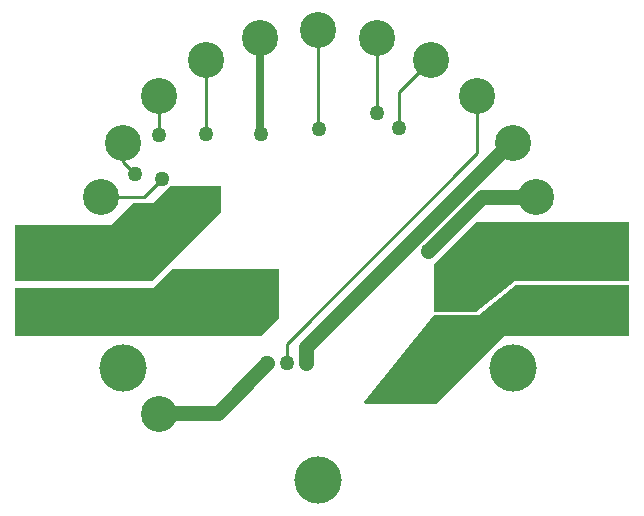
<source format=gbl>
G04*
G04 #@! TF.GenerationSoftware,Altium Limited,Altium Designer,18.1.11 (251)*
G04*
G04 Layer_Physical_Order=2*
G04 Layer_Color=16711680*
%FSLAX25Y25*%
%MOIN*%
G70*
G01*
G75*
%ADD10C,0.01000*%
%ADD12C,0.12000*%
%ADD17C,0.05000*%
%ADD18C,0.02500*%
%ADD19C,0.05000*%
%ADD20C,0.15748*%
G36*
X-32500Y14500D02*
X-55500Y-8500D01*
X-101000D01*
Y10000D01*
X-69000D01*
X-61500Y17500D01*
X-55000D01*
X-49500Y23000D01*
X-32500D01*
Y14500D01*
D02*
G37*
G36*
X-13000Y-4500D02*
X-13000Y-20998D01*
X-19094Y-27100D01*
X-101000D01*
Y-11000D01*
X-55000D01*
X-48367Y-4500D01*
X-13000Y-4500D01*
D02*
G37*
G36*
X103500Y-8500D02*
X65500D01*
X52436Y-18980D01*
X38477D01*
X38477Y-3023D01*
X52500Y11000D01*
X103500D01*
Y-8500D01*
D02*
G37*
G36*
Y-27095D02*
X61905Y-27095D01*
X39500Y-49500D01*
X15576D01*
X15358Y-49050D01*
X38477Y-20000D01*
X53500D01*
X65722Y-10000D01*
X103500D01*
Y-27095D01*
D02*
G37*
D10*
X0Y42085D02*
X121Y41964D01*
X19400Y72400D02*
X19500Y72300D01*
Y47500D02*
Y72300D01*
X-10500Y-36000D02*
Y-29500D01*
X53000Y34000D01*
Y53000D01*
X26891Y42500D02*
Y54341D01*
X37500Y64950D01*
X0Y42085D02*
Y75000D01*
X-19400Y40900D02*
X-19000Y40500D01*
X-37500D02*
Y64950D01*
X-58100Y19400D02*
X-52000Y25500D01*
X-72400Y19400D02*
X-58100D01*
X-64950Y30950D02*
X-61000Y27000D01*
X-64950Y30950D02*
Y37500D01*
X-53000Y40000D02*
Y53000D01*
X121Y41964D02*
X157Y42000D01*
X-52000Y25500D02*
X-51689D01*
X-50689Y26500D01*
X-50595Y26406D01*
X-10500Y-36000D02*
X-10000Y-35500D01*
D12*
X-75000Y0D02*
D03*
X-72400Y-19400D02*
D03*
X72400D02*
D03*
X75000Y0D02*
D03*
X72400Y19400D02*
D03*
X65000Y37500D02*
D03*
X53000Y53000D02*
D03*
X37500Y64950D02*
D03*
X19400Y72400D02*
D03*
X0Y75000D02*
D03*
X-19400Y72400D02*
D03*
X-37500Y64950D02*
D03*
X-53000Y53000D02*
D03*
X-64950Y37500D02*
D03*
X-72400Y19400D02*
D03*
X-53000Y-53000D02*
D03*
D17*
X-52500Y-52500D01*
X-33500D01*
X-17000Y-36000D01*
X-4000D02*
Y-30515D01*
X64015Y37500D01*
X65000D01*
X54400Y19400D02*
X72400D01*
X36500Y1500D02*
X54400Y19400D01*
D18*
X-19400Y40900D02*
Y72400D01*
D19*
X19500Y47500D02*
D03*
X36500Y1500D02*
D03*
X57500Y-4000D02*
D03*
X49000D02*
D03*
Y3000D02*
D03*
X26891Y42500D02*
D03*
X157Y42000D02*
D03*
X-19000Y40500D02*
D03*
X-37500D02*
D03*
X-53000Y40000D02*
D03*
X-61000Y27000D02*
D03*
X-52000Y25500D02*
D03*
X99500Y7000D02*
D03*
Y1000D02*
D03*
X85500Y7000D02*
D03*
X92500Y1000D02*
D03*
X85500D02*
D03*
X92500Y7000D02*
D03*
X85000Y-14000D02*
D03*
Y-20000D02*
D03*
X99500Y-14000D02*
D03*
X92500Y-20000D02*
D03*
X99500D02*
D03*
X92500Y-14000D02*
D03*
X49500Y-26500D02*
D03*
X42500Y-32500D02*
D03*
X49500D02*
D03*
X42500Y-26500D02*
D03*
X57500Y3000D02*
D03*
X50000Y-15400D02*
D03*
X41500Y-15492D02*
D03*
X29000Y-38500D02*
D03*
X36000Y-44500D02*
D03*
X29000D02*
D03*
X36000Y-38500D02*
D03*
X-96500Y-22500D02*
D03*
Y-15500D02*
D03*
X-51500Y-22302D02*
D03*
X-51265Y-15000D02*
D03*
X-37500D02*
D03*
Y-22302D02*
D03*
X-27000Y-22092D02*
D03*
X-18500Y-22000D02*
D03*
Y-15000D02*
D03*
X-27000D02*
D03*
X-44500D02*
D03*
Y-22302D02*
D03*
X-96500Y-4500D02*
D03*
Y5500D02*
D03*
X-57000Y3000D02*
D03*
X-49500Y3500D02*
D03*
X-49500Y12000D02*
D03*
X-41500D02*
D03*
X-45500Y19400D02*
D03*
X-37500D02*
D03*
X-4000Y-36000D02*
D03*
X-10500D02*
D03*
X-17000D02*
D03*
D20*
X-64950Y-37500D02*
D03*
X65000D02*
D03*
X0Y-75000D02*
D03*
M02*

</source>
